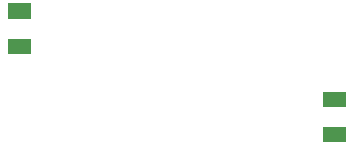
<source format=gbp>
G04 start of page 2 for group 11 layer_idx 10 *
G04 Title: (unknown), bottom_paste *
G04 Creator: pcb-rnd 2.2.1 *
G04 CreationDate: 2020-05-28 20:16:37 UTC *
G04 For:  *
G04 Format: Gerber/RS-274X *
G04 PCB-Dimensions: 500000 500000 *
G04 PCB-Coordinate-Origin: lower left *
%MOIN*%
%FSLAX25Y25*%
%LNBOTTOM_PASTE_NONE_11*%
%ADD86C,0.0001*%
G54D86*G36*
X109760Y370654D02*Y365536D01*
X117240D01*
Y370654D01*
X109760D01*
G37*
G36*
Y382464D02*Y377346D01*
X117240D01*
Y382464D01*
X109760D01*
G37*
G36*
X214760Y341154D02*Y336036D01*
X222240D01*
Y341154D01*
X214760D01*
G37*
G36*
Y352964D02*Y347846D01*
X222240D01*
Y352964D01*
X214760D01*
G37*
M02*

</source>
